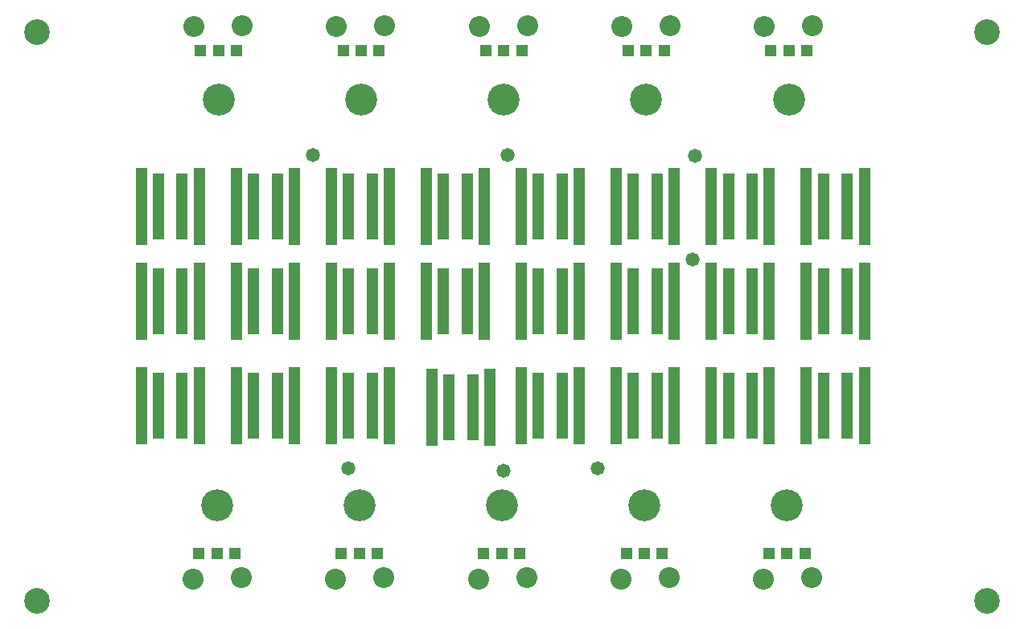
<source format=gbs>
G04*
G04 #@! TF.GenerationSoftware,Altium Limited,Altium Designer,20.2.6 (244)*
G04*
G04 Layer_Color=16711935*
%FSLAX25Y25*%
%MOIN*%
G70*
G04*
G04 #@! TF.SameCoordinates,49C804FE-1F55-4C35-86A9-3D4A2AB346A9*
G04*
G04*
G04 #@! TF.FilePolarity,Negative*
G04*
G01*
G75*
%ADD20C,0.13202*%
%ADD21R,0.04737X0.04737*%
%ADD22C,0.08674*%
%ADD23C,0.10642*%
%ADD24C,0.05800*%
%ADD30R,0.04900X0.27600*%
%ADD32R,0.05100X0.32300*%
D20*
X449213Y346063D02*
D03*
X390158D02*
D03*
X331102D02*
D03*
X272047D02*
D03*
X212992D02*
D03*
X212205Y177559D02*
D03*
X271260D02*
D03*
X330315D02*
D03*
X389370D02*
D03*
X448425D02*
D03*
D21*
X441732Y366142D02*
D03*
X449213D02*
D03*
X456693D02*
D03*
X382677D02*
D03*
X390158D02*
D03*
X397638D02*
D03*
X323622D02*
D03*
X331102D02*
D03*
X338583D02*
D03*
X264567D02*
D03*
X272047D02*
D03*
X279528D02*
D03*
X212992D02*
D03*
X220472D02*
D03*
X205512D02*
D03*
X322835Y157480D02*
D03*
X204724D02*
D03*
X212205D02*
D03*
X219685D02*
D03*
X263779D02*
D03*
X271260D02*
D03*
X278740D02*
D03*
X330315D02*
D03*
X337795D02*
D03*
X381890D02*
D03*
X389370D02*
D03*
X396850D02*
D03*
X440945D02*
D03*
X448425D02*
D03*
X455905D02*
D03*
D22*
X458976Y376673D02*
D03*
X438976Y376142D02*
D03*
X399921Y376673D02*
D03*
X379921Y376142D02*
D03*
X340866Y376673D02*
D03*
X320866Y376142D02*
D03*
X281811Y376673D02*
D03*
X261811Y376142D02*
D03*
X222756Y376673D02*
D03*
X202756Y376142D02*
D03*
X222441Y147480D02*
D03*
X202441Y146949D02*
D03*
X281496Y147480D02*
D03*
X261496Y146949D02*
D03*
X340551Y147480D02*
D03*
X320551Y146949D02*
D03*
X399606Y147480D02*
D03*
X379606Y146949D02*
D03*
X458661Y147480D02*
D03*
X438661Y146949D02*
D03*
D23*
X531496Y374016D02*
D03*
Y137795D02*
D03*
X137795D02*
D03*
Y374016D02*
D03*
D24*
X330875Y192079D02*
D03*
X370079Y192850D02*
D03*
X266732D02*
D03*
X251969Y322835D02*
D03*
X332632Y323036D02*
D03*
X410428Y322752D02*
D03*
X409449Y279528D02*
D03*
D30*
X394685Y262244D02*
D03*
X384842D02*
D03*
X394685Y218937D02*
D03*
X384842D02*
D03*
X276575Y262244D02*
D03*
X266732D02*
D03*
X276575Y218937D02*
D03*
X266732D02*
D03*
X237205D02*
D03*
X227362D02*
D03*
X315945Y262244D02*
D03*
X306102D02*
D03*
X315945Y301614D02*
D03*
X306102D02*
D03*
X276575D02*
D03*
X266732D02*
D03*
X237205D02*
D03*
X227362D02*
D03*
X197835Y218937D02*
D03*
X187992D02*
D03*
X237205Y262244D02*
D03*
X227362D02*
D03*
X434055Y218937D02*
D03*
X424213D02*
D03*
X434055Y262244D02*
D03*
X424213D02*
D03*
X473425Y218937D02*
D03*
X463583D02*
D03*
X394685Y301614D02*
D03*
X384842D02*
D03*
X355315D02*
D03*
X345472D02*
D03*
X473425Y262244D02*
D03*
X463583D02*
D03*
X473425Y301614D02*
D03*
X463583D02*
D03*
X434055D02*
D03*
X424213D02*
D03*
X197835Y262244D02*
D03*
X187992D02*
D03*
X197835Y301614D02*
D03*
X187992D02*
D03*
X355315Y262244D02*
D03*
X345472D02*
D03*
X318321Y218226D02*
D03*
X308478D02*
D03*
X345472Y218937D02*
D03*
X355315D02*
D03*
D32*
X377736Y262244D02*
D03*
X401791D02*
D03*
X377736Y218937D02*
D03*
X401791D02*
D03*
X259626Y262244D02*
D03*
X283681D02*
D03*
X259626Y218937D02*
D03*
X283681D02*
D03*
X220256D02*
D03*
X244311D02*
D03*
X298996Y262244D02*
D03*
X323051D02*
D03*
X298996Y301614D02*
D03*
X323051D02*
D03*
X259626D02*
D03*
X283681D02*
D03*
X220256D02*
D03*
X244311D02*
D03*
X180886Y218937D02*
D03*
X204941D02*
D03*
X220256Y262244D02*
D03*
X244311D02*
D03*
X417106Y218937D02*
D03*
X441161D02*
D03*
X417106Y262244D02*
D03*
X441161D02*
D03*
X456476Y218937D02*
D03*
X480532D02*
D03*
X377736Y301614D02*
D03*
X401791D02*
D03*
X338366D02*
D03*
X362421D02*
D03*
X456476Y262244D02*
D03*
X480532D02*
D03*
X456476Y301614D02*
D03*
X480532D02*
D03*
X417106D02*
D03*
X441161D02*
D03*
X180886Y262244D02*
D03*
X204941D02*
D03*
X180886Y301614D02*
D03*
X204941D02*
D03*
X338366Y262244D02*
D03*
X362421D02*
D03*
X301372Y218226D02*
D03*
X325427D02*
D03*
X362421Y218937D02*
D03*
X338366D02*
D03*
M02*

</source>
